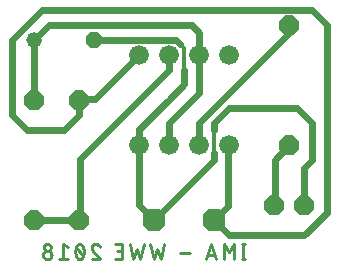
<source format=gbr>
G04 EAGLE Gerber RS-274X export*
G75*
%MOMM*%
%FSLAX34Y34*%
%LPD*%
%INBottom Copper*%
%IPPOS*%
%AMOC8*
5,1,8,0,0,1.08239X$1,22.5*%
G01*
%ADD10C,0.228600*%
%ADD11P,1.429621X8X22.500000*%
%ADD12C,1.320800*%
%ADD13C,1.676400*%
%ADD14P,1.814519X8X22.500000*%
%ADD15P,1.814519X8X112.500000*%
%ADD16P,1.814519X8X292.500000*%
%ADD17P,2.089446X8X22.500000*%
%ADD18C,0.609600*%
%ADD19C,0.152400*%
%ADD20C,0.304800*%


D10*
X380379Y157607D02*
X380379Y144653D01*
X381818Y144653D02*
X378939Y144653D01*
X378939Y157607D02*
X381818Y157607D01*
X372377Y157607D02*
X372377Y144653D01*
X368059Y150410D02*
X372377Y157607D01*
X368059Y150410D02*
X363741Y157607D01*
X363741Y144653D01*
X357320Y144653D02*
X353002Y157607D01*
X348684Y144653D01*
X349763Y147892D02*
X356240Y147892D01*
X335418Y149691D02*
X326782Y149691D01*
X313131Y157607D02*
X310252Y144653D01*
X307373Y153289D01*
X304495Y144653D01*
X301616Y157607D01*
X295792Y157607D02*
X292913Y144653D01*
X290035Y153289D01*
X287156Y144653D01*
X284277Y157607D01*
X277624Y144653D02*
X271867Y144653D01*
X277624Y144653D02*
X277624Y157607D01*
X271867Y157607D01*
X273306Y151850D02*
X277624Y151850D01*
X254997Y157608D02*
X254884Y157606D01*
X254771Y157600D01*
X254658Y157590D01*
X254546Y157576D01*
X254435Y157559D01*
X254324Y157537D01*
X254213Y157512D01*
X254104Y157483D01*
X253996Y157449D01*
X253889Y157413D01*
X253784Y157372D01*
X253680Y157328D01*
X253577Y157280D01*
X253476Y157229D01*
X253378Y157174D01*
X253281Y157116D01*
X253186Y157054D01*
X253093Y156989D01*
X253003Y156921D01*
X252915Y156850D01*
X252830Y156776D01*
X252747Y156699D01*
X252667Y156619D01*
X252590Y156536D01*
X252516Y156451D01*
X252445Y156363D01*
X252377Y156273D01*
X252312Y156180D01*
X252250Y156085D01*
X252192Y155989D01*
X252137Y155890D01*
X252086Y155789D01*
X252038Y155686D01*
X251994Y155582D01*
X251953Y155477D01*
X251917Y155370D01*
X251883Y155262D01*
X251854Y155153D01*
X251829Y155042D01*
X251807Y154931D01*
X251790Y154820D01*
X251776Y154708D01*
X251766Y154595D01*
X251760Y154482D01*
X251758Y154369D01*
X254997Y157607D02*
X255125Y157605D01*
X255252Y157599D01*
X255379Y157589D01*
X255506Y157576D01*
X255633Y157558D01*
X255758Y157537D01*
X255884Y157511D01*
X256008Y157482D01*
X256131Y157449D01*
X256253Y157413D01*
X256374Y157372D01*
X256494Y157328D01*
X256613Y157281D01*
X256729Y157229D01*
X256845Y157174D01*
X256958Y157116D01*
X257070Y157054D01*
X257179Y156989D01*
X257287Y156920D01*
X257393Y156848D01*
X257496Y156773D01*
X257597Y156695D01*
X257695Y156614D01*
X257791Y156530D01*
X257884Y156442D01*
X257975Y156352D01*
X258062Y156260D01*
X258147Y156164D01*
X258229Y156067D01*
X258308Y155966D01*
X258384Y155863D01*
X258456Y155758D01*
X258526Y155651D01*
X258592Y155542D01*
X258654Y155431D01*
X258713Y155318D01*
X258769Y155203D01*
X258821Y155086D01*
X258870Y154968D01*
X258914Y154849D01*
X258956Y154728D01*
X252838Y151850D02*
X252755Y151933D01*
X252674Y152018D01*
X252596Y152106D01*
X252521Y152196D01*
X252450Y152289D01*
X252381Y152384D01*
X252316Y152482D01*
X252254Y152581D01*
X252195Y152683D01*
X252140Y152787D01*
X252088Y152892D01*
X252040Y152999D01*
X251996Y153108D01*
X251955Y153218D01*
X251918Y153329D01*
X251885Y153442D01*
X251856Y153555D01*
X251830Y153670D01*
X251808Y153785D01*
X251791Y153901D01*
X251777Y154018D01*
X251767Y154134D01*
X251761Y154252D01*
X251759Y154369D01*
X252838Y151850D02*
X258955Y144653D01*
X251759Y144653D01*
X245267Y151130D02*
X245264Y151385D01*
X245255Y151640D01*
X245240Y151894D01*
X245218Y152148D01*
X245191Y152401D01*
X245158Y152654D01*
X245118Y152906D01*
X245073Y153156D01*
X245022Y153406D01*
X244964Y153654D01*
X244901Y153901D01*
X244832Y154147D01*
X244757Y154390D01*
X244676Y154632D01*
X244590Y154872D01*
X244498Y155109D01*
X244400Y155345D01*
X244296Y155577D01*
X244187Y155808D01*
X244153Y155902D01*
X244115Y155994D01*
X244074Y156086D01*
X244029Y156175D01*
X243981Y156263D01*
X243930Y156349D01*
X243876Y156433D01*
X243818Y156515D01*
X243758Y156595D01*
X243694Y156672D01*
X243628Y156747D01*
X243559Y156819D01*
X243487Y156889D01*
X243412Y156956D01*
X243336Y157020D01*
X243256Y157081D01*
X243175Y157140D01*
X243091Y157195D01*
X243006Y157247D01*
X242918Y157295D01*
X242829Y157341D01*
X242738Y157383D01*
X242646Y157421D01*
X242552Y157456D01*
X242457Y157487D01*
X242361Y157515D01*
X242264Y157540D01*
X242166Y157560D01*
X242067Y157577D01*
X241968Y157590D01*
X241868Y157599D01*
X241768Y157605D01*
X241668Y157607D01*
X241568Y157605D01*
X241468Y157599D01*
X241368Y157590D01*
X241269Y157577D01*
X241170Y157560D01*
X241072Y157540D01*
X240975Y157515D01*
X240879Y157487D01*
X240784Y157456D01*
X240690Y157421D01*
X240598Y157383D01*
X240507Y157341D01*
X240418Y157295D01*
X240330Y157247D01*
X240245Y157195D01*
X240161Y157140D01*
X240080Y157081D01*
X240000Y157020D01*
X239924Y156956D01*
X239849Y156889D01*
X239777Y156819D01*
X239708Y156747D01*
X239642Y156672D01*
X239578Y156595D01*
X239518Y156515D01*
X239460Y156433D01*
X239406Y156349D01*
X239355Y156263D01*
X239307Y156175D01*
X239262Y156086D01*
X239221Y155994D01*
X239183Y155902D01*
X239149Y155808D01*
X239150Y155808D02*
X239041Y155577D01*
X238937Y155345D01*
X238839Y155109D01*
X238747Y154872D01*
X238661Y154632D01*
X238580Y154390D01*
X238505Y154147D01*
X238436Y153901D01*
X238373Y153654D01*
X238315Y153406D01*
X238264Y153156D01*
X238219Y152906D01*
X238179Y152654D01*
X238146Y152401D01*
X238119Y152148D01*
X238097Y151894D01*
X238082Y151640D01*
X238073Y151385D01*
X238070Y151130D01*
X245267Y151130D02*
X245264Y150875D01*
X245255Y150620D01*
X245240Y150366D01*
X245218Y150112D01*
X245191Y149859D01*
X245158Y149606D01*
X245118Y149354D01*
X245073Y149104D01*
X245022Y148854D01*
X244964Y148606D01*
X244901Y148359D01*
X244832Y148113D01*
X244757Y147870D01*
X244676Y147628D01*
X244590Y147388D01*
X244498Y147151D01*
X244400Y146916D01*
X244296Y146683D01*
X244188Y146452D01*
X244187Y146452D02*
X244153Y146358D01*
X244115Y146266D01*
X244074Y146174D01*
X244029Y146085D01*
X243981Y145997D01*
X243930Y145911D01*
X243876Y145827D01*
X243818Y145745D01*
X243758Y145665D01*
X243694Y145588D01*
X243628Y145513D01*
X243559Y145441D01*
X243487Y145371D01*
X243412Y145304D01*
X243336Y145240D01*
X243256Y145179D01*
X243175Y145120D01*
X243091Y145065D01*
X243006Y145013D01*
X242918Y144965D01*
X242829Y144919D01*
X242738Y144877D01*
X242646Y144839D01*
X242552Y144804D01*
X242457Y144773D01*
X242361Y144745D01*
X242264Y144720D01*
X242166Y144700D01*
X242067Y144683D01*
X241968Y144670D01*
X241868Y144661D01*
X241768Y144655D01*
X241668Y144653D01*
X239149Y146452D02*
X239041Y146683D01*
X238937Y146916D01*
X238839Y147151D01*
X238747Y147388D01*
X238661Y147628D01*
X238580Y147870D01*
X238505Y148113D01*
X238436Y148359D01*
X238373Y148606D01*
X238315Y148854D01*
X238264Y149104D01*
X238219Y149354D01*
X238179Y149606D01*
X238146Y149859D01*
X238119Y150112D01*
X238097Y150366D01*
X238082Y150620D01*
X238073Y150875D01*
X238070Y151130D01*
X239149Y146452D02*
X239183Y146358D01*
X239221Y146266D01*
X239262Y146174D01*
X239307Y146085D01*
X239355Y145997D01*
X239406Y145911D01*
X239460Y145827D01*
X239518Y145745D01*
X239578Y145665D01*
X239642Y145588D01*
X239708Y145513D01*
X239777Y145441D01*
X239849Y145371D01*
X239924Y145304D01*
X240001Y145240D01*
X240080Y145178D01*
X240161Y145120D01*
X240245Y145065D01*
X240330Y145013D01*
X240418Y144965D01*
X240507Y144919D01*
X240598Y144877D01*
X240690Y144839D01*
X240784Y144804D01*
X240879Y144773D01*
X240975Y144745D01*
X241072Y144720D01*
X241170Y144700D01*
X241269Y144683D01*
X241368Y144670D01*
X241468Y144661D01*
X241568Y144655D01*
X241668Y144653D01*
X244547Y147532D02*
X238790Y154728D01*
X231578Y154728D02*
X227980Y157607D01*
X227980Y144653D01*
X231578Y144653D02*
X224382Y144653D01*
X217889Y148251D02*
X217887Y148370D01*
X217881Y148489D01*
X217871Y148607D01*
X217858Y148726D01*
X217840Y148843D01*
X217818Y148960D01*
X217793Y149076D01*
X217764Y149192D01*
X217731Y149306D01*
X217694Y149419D01*
X217654Y149531D01*
X217609Y149642D01*
X217562Y149751D01*
X217510Y149858D01*
X217455Y149963D01*
X217397Y150067D01*
X217335Y150169D01*
X217270Y150268D01*
X217202Y150366D01*
X217130Y150461D01*
X217056Y150554D01*
X216978Y150644D01*
X216897Y150731D01*
X216814Y150816D01*
X216728Y150898D01*
X216639Y150977D01*
X216548Y151053D01*
X216454Y151126D01*
X216357Y151196D01*
X216259Y151263D01*
X216158Y151327D01*
X216056Y151387D01*
X215951Y151443D01*
X215844Y151496D01*
X215736Y151546D01*
X215627Y151592D01*
X215515Y151634D01*
X215403Y151673D01*
X215289Y151708D01*
X215174Y151739D01*
X215058Y151766D01*
X214942Y151790D01*
X214824Y151809D01*
X214707Y151825D01*
X214588Y151837D01*
X214469Y151845D01*
X214350Y151849D01*
X214232Y151849D01*
X214113Y151845D01*
X213994Y151837D01*
X213875Y151825D01*
X213758Y151809D01*
X213640Y151790D01*
X213524Y151766D01*
X213408Y151739D01*
X213293Y151708D01*
X213179Y151673D01*
X213067Y151634D01*
X212955Y151592D01*
X212846Y151546D01*
X212738Y151496D01*
X212631Y151443D01*
X212526Y151387D01*
X212424Y151327D01*
X212323Y151263D01*
X212225Y151196D01*
X212128Y151126D01*
X212034Y151053D01*
X211943Y150977D01*
X211854Y150898D01*
X211768Y150816D01*
X211685Y150731D01*
X211604Y150644D01*
X211526Y150554D01*
X211452Y150461D01*
X211380Y150366D01*
X211312Y150268D01*
X211247Y150169D01*
X211185Y150067D01*
X211127Y149963D01*
X211072Y149858D01*
X211020Y149751D01*
X210973Y149642D01*
X210928Y149531D01*
X210888Y149419D01*
X210851Y149306D01*
X210818Y149192D01*
X210789Y149076D01*
X210764Y148960D01*
X210742Y148843D01*
X210724Y148726D01*
X210711Y148607D01*
X210701Y148489D01*
X210695Y148370D01*
X210693Y148251D01*
X210695Y148132D01*
X210701Y148013D01*
X210711Y147895D01*
X210724Y147776D01*
X210742Y147659D01*
X210764Y147542D01*
X210789Y147426D01*
X210818Y147310D01*
X210851Y147196D01*
X210888Y147083D01*
X210928Y146971D01*
X210973Y146860D01*
X211020Y146751D01*
X211072Y146644D01*
X211127Y146539D01*
X211185Y146435D01*
X211247Y146333D01*
X211312Y146234D01*
X211380Y146136D01*
X211452Y146041D01*
X211526Y145948D01*
X211604Y145858D01*
X211685Y145771D01*
X211768Y145686D01*
X211854Y145604D01*
X211943Y145525D01*
X212034Y145449D01*
X212128Y145376D01*
X212225Y145306D01*
X212323Y145239D01*
X212424Y145175D01*
X212526Y145115D01*
X212631Y145059D01*
X212738Y145006D01*
X212846Y144956D01*
X212955Y144910D01*
X213067Y144868D01*
X213179Y144829D01*
X213293Y144794D01*
X213408Y144763D01*
X213524Y144736D01*
X213640Y144712D01*
X213758Y144693D01*
X213875Y144677D01*
X213994Y144665D01*
X214113Y144657D01*
X214232Y144653D01*
X214350Y144653D01*
X214469Y144657D01*
X214588Y144665D01*
X214707Y144677D01*
X214824Y144693D01*
X214942Y144712D01*
X215058Y144736D01*
X215174Y144763D01*
X215289Y144794D01*
X215403Y144829D01*
X215515Y144868D01*
X215627Y144910D01*
X215736Y144956D01*
X215844Y145006D01*
X215951Y145059D01*
X216056Y145115D01*
X216158Y145175D01*
X216259Y145239D01*
X216357Y145306D01*
X216454Y145376D01*
X216548Y145449D01*
X216639Y145525D01*
X216728Y145604D01*
X216814Y145686D01*
X216897Y145771D01*
X216978Y145858D01*
X217056Y145948D01*
X217130Y146041D01*
X217202Y146136D01*
X217270Y146234D01*
X217335Y146333D01*
X217397Y146435D01*
X217455Y146539D01*
X217510Y146644D01*
X217562Y146751D01*
X217609Y146860D01*
X217654Y146971D01*
X217694Y147083D01*
X217731Y147196D01*
X217764Y147310D01*
X217793Y147426D01*
X217818Y147542D01*
X217840Y147659D01*
X217858Y147776D01*
X217871Y147895D01*
X217881Y148013D01*
X217887Y148132D01*
X217889Y148251D01*
X217170Y154728D02*
X217168Y154834D01*
X217162Y154941D01*
X217152Y155047D01*
X217139Y155152D01*
X217121Y155257D01*
X217099Y155361D01*
X217074Y155465D01*
X217045Y155567D01*
X217012Y155668D01*
X216976Y155768D01*
X216935Y155867D01*
X216891Y155963D01*
X216844Y156059D01*
X216793Y156152D01*
X216739Y156244D01*
X216681Y156333D01*
X216620Y156420D01*
X216556Y156505D01*
X216489Y156588D01*
X216419Y156668D01*
X216345Y156745D01*
X216270Y156819D01*
X216191Y156891D01*
X216110Y156960D01*
X216026Y157025D01*
X215940Y157088D01*
X215852Y157147D01*
X215761Y157203D01*
X215669Y157256D01*
X215574Y157305D01*
X215478Y157351D01*
X215380Y157393D01*
X215281Y157431D01*
X215181Y157466D01*
X215079Y157497D01*
X214976Y157524D01*
X214872Y157548D01*
X214768Y157567D01*
X214662Y157583D01*
X214557Y157595D01*
X214451Y157603D01*
X214344Y157607D01*
X214238Y157607D01*
X214131Y157603D01*
X214025Y157595D01*
X213920Y157583D01*
X213814Y157567D01*
X213710Y157548D01*
X213606Y157524D01*
X213503Y157497D01*
X213401Y157466D01*
X213301Y157431D01*
X213202Y157393D01*
X213104Y157351D01*
X213008Y157305D01*
X212913Y157256D01*
X212821Y157203D01*
X212730Y157147D01*
X212642Y157088D01*
X212556Y157025D01*
X212472Y156960D01*
X212391Y156891D01*
X212312Y156819D01*
X212237Y156745D01*
X212163Y156668D01*
X212093Y156588D01*
X212026Y156505D01*
X211962Y156420D01*
X211901Y156333D01*
X211843Y156244D01*
X211789Y156152D01*
X211738Y156059D01*
X211691Y155963D01*
X211647Y155867D01*
X211606Y155768D01*
X211570Y155668D01*
X211537Y155567D01*
X211508Y155465D01*
X211483Y155361D01*
X211461Y155257D01*
X211443Y155152D01*
X211430Y155047D01*
X211420Y154941D01*
X211414Y154834D01*
X211412Y154728D01*
X211414Y154622D01*
X211420Y154515D01*
X211430Y154409D01*
X211443Y154304D01*
X211461Y154199D01*
X211483Y154095D01*
X211508Y153991D01*
X211537Y153889D01*
X211570Y153788D01*
X211606Y153688D01*
X211647Y153589D01*
X211691Y153493D01*
X211738Y153397D01*
X211789Y153304D01*
X211843Y153212D01*
X211901Y153123D01*
X211962Y153036D01*
X212026Y152951D01*
X212093Y152868D01*
X212163Y152788D01*
X212237Y152711D01*
X212312Y152637D01*
X212391Y152565D01*
X212472Y152496D01*
X212556Y152431D01*
X212642Y152368D01*
X212730Y152309D01*
X212821Y152253D01*
X212913Y152200D01*
X213008Y152151D01*
X213104Y152105D01*
X213202Y152063D01*
X213301Y152025D01*
X213401Y151990D01*
X213503Y151959D01*
X213606Y151932D01*
X213710Y151908D01*
X213814Y151889D01*
X213920Y151873D01*
X214025Y151861D01*
X214131Y151853D01*
X214238Y151849D01*
X214344Y151849D01*
X214451Y151853D01*
X214557Y151861D01*
X214662Y151873D01*
X214768Y151889D01*
X214872Y151908D01*
X214976Y151932D01*
X215079Y151959D01*
X215181Y151990D01*
X215281Y152025D01*
X215380Y152063D01*
X215478Y152105D01*
X215574Y152151D01*
X215669Y152200D01*
X215761Y152253D01*
X215852Y152309D01*
X215940Y152368D01*
X216026Y152431D01*
X216110Y152496D01*
X216191Y152565D01*
X216270Y152637D01*
X216345Y152711D01*
X216419Y152788D01*
X216489Y152868D01*
X216556Y152951D01*
X216620Y153036D01*
X216681Y153123D01*
X216739Y153212D01*
X216793Y153304D01*
X216844Y153397D01*
X216891Y153493D01*
X216935Y153589D01*
X216976Y153688D01*
X217012Y153788D01*
X217045Y153889D01*
X217074Y153991D01*
X217099Y154095D01*
X217121Y154199D01*
X217139Y154304D01*
X217152Y154409D01*
X217162Y154515D01*
X217168Y154622D01*
X217170Y154728D01*
D11*
X254000Y330200D03*
D12*
X203200Y330200D03*
D13*
X292100Y241300D03*
X317500Y241300D03*
X317500Y317500D03*
X292100Y317500D03*
X342900Y241300D03*
X368300Y241300D03*
X342900Y317500D03*
X368300Y317500D03*
D14*
X406400Y190500D03*
X431800Y190500D03*
D15*
X203200Y177800D03*
X203200Y279400D03*
D16*
X241300Y279400D03*
X241300Y177800D03*
X419100Y342900D03*
X419100Y241300D03*
D17*
X304800Y177800D03*
X355600Y177800D03*
D18*
X419100Y336550D02*
X419100Y342900D01*
X419100Y336550D02*
X342900Y260350D01*
X342900Y241300D01*
D19*
X406400Y190500D02*
X406908Y190500D01*
D18*
X406908Y229108D02*
X419100Y241300D01*
X406908Y229108D02*
X406908Y190500D01*
X292100Y190500D02*
X292100Y241300D01*
X292100Y190500D02*
X304800Y177800D01*
X431800Y190500D02*
X431800Y222250D01*
X438150Y228600D01*
X438150Y260350D01*
X425450Y273050D01*
X368300Y273050D01*
D20*
X355600Y254000D02*
X355600Y234950D01*
D18*
X292100Y241300D02*
X292100Y255016D01*
X316992Y279908D01*
D20*
X320965Y330200D02*
X254000Y330200D01*
X316992Y279908D02*
X329184Y292100D01*
X330200Y323850D02*
X327025Y327025D01*
X330200Y323850D02*
X330200Y304800D01*
D18*
X286480Y330200D02*
X254000Y330200D01*
X286480Y330200D02*
X286734Y330454D01*
X323596Y330454D01*
X327025Y327025D01*
X330200Y293116D02*
X316992Y279908D01*
X330200Y293116D02*
X330200Y304800D01*
X355600Y228600D02*
X304800Y177800D01*
X355600Y228600D02*
X355600Y234950D01*
X355600Y260350D02*
X368300Y273050D01*
X355600Y260350D02*
X355600Y254000D01*
D19*
X367284Y240792D02*
X368300Y241300D01*
X242316Y280416D02*
X241300Y279400D01*
D18*
X255016Y280416D02*
X292100Y317500D01*
X255016Y280416D02*
X242316Y280416D01*
X355600Y177800D02*
X367284Y189484D01*
X367284Y240792D01*
X355600Y177800D02*
X368300Y165100D01*
X450850Y184150D02*
X450850Y342900D01*
X438150Y355600D01*
X209550Y355600D01*
X184150Y266700D02*
X196850Y254000D01*
X228600Y254000D01*
X241300Y266700D01*
X241300Y279400D01*
X368300Y165100D02*
X431800Y165100D01*
X450850Y184150D01*
X209550Y355600D02*
X184150Y330200D01*
X184150Y266700D01*
X203200Y330200D02*
X215900Y342900D01*
X336550Y342900D01*
X342900Y336550D01*
X342900Y317500D01*
X317500Y260350D02*
X317500Y241300D01*
X317500Y260350D02*
X342900Y285750D01*
X342900Y317500D01*
X203200Y330200D02*
X203200Y279400D01*
D19*
X242316Y207264D02*
X242316Y178308D01*
X241300Y177800D01*
D20*
X203708Y178308D02*
X203200Y177800D01*
X203708Y178308D02*
X242316Y178308D01*
X241300Y177800D02*
X241300Y228600D01*
X292100Y279400D01*
X316992Y316992D02*
X317500Y317500D01*
D18*
X317500Y304800D01*
X242316Y229616D01*
X242316Y178308D01*
X241300Y177800D02*
X203200Y177800D01*
M02*

</source>
